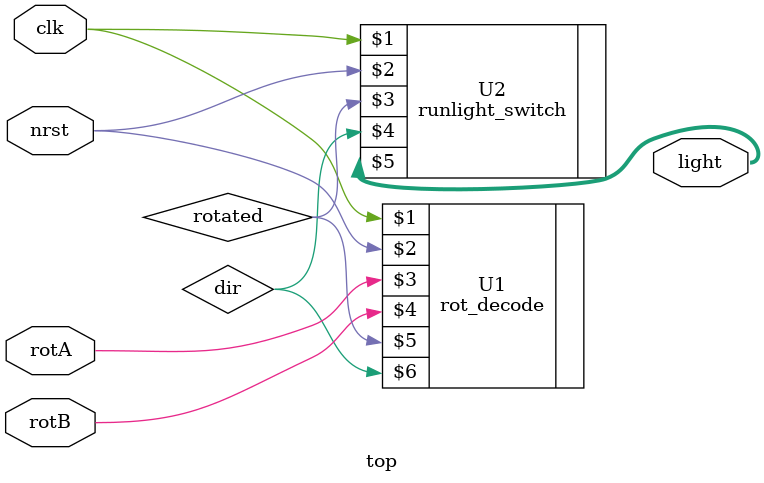
<source format=v>
`timescale 1ns / 1ps
module top(
    input clk,
    input nrst,
	 input rotA,
	 input rotB,
    output [7:0] light
    );

	//instantiate modules
	wire /*div_clk,*/ rotated, dir;
	
	//fdiv U1(clk, 1'b1, div_clk);
	rot_decode U1(clk, nrst, rotA, rotB, rotated, dir);
	runlight_switch U2(clk, nrst, rotated, dir, light);

endmodule

</source>
